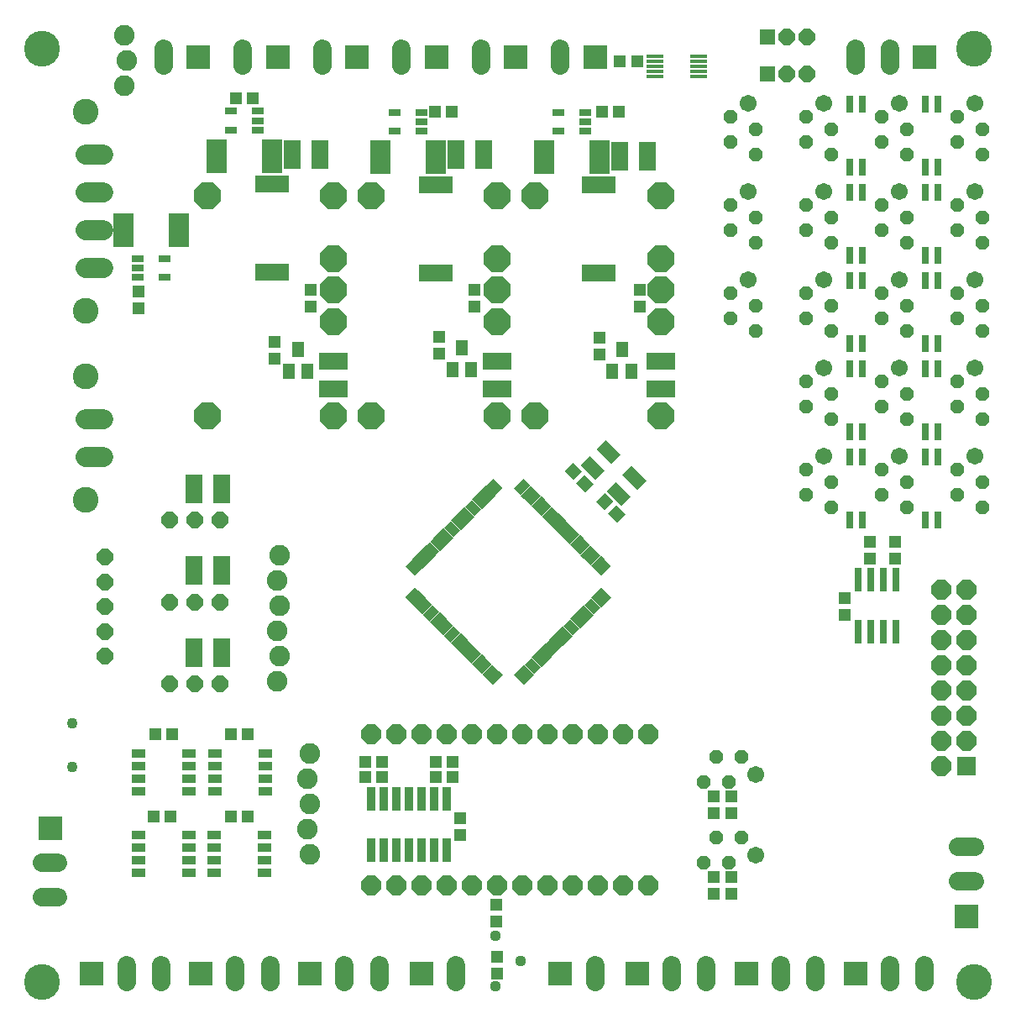
<source format=gbs>
G75*
G70*
%OFA0B0*%
%FSLAX24Y24*%
%IPPOS*%
%LPD*%
%AMOC8*
5,1,8,0,0,1.08239X$1,22.5*
%
%ADD10C,0.1419*%
%ADD11R,0.0513X0.0474*%
%ADD12R,0.1143X0.0710*%
%ADD13R,0.1379X0.0710*%
%ADD14R,0.0710X0.1143*%
%ADD15R,0.0789X0.1340*%
%ADD16OC8,0.1080*%
%ADD17R,0.0474X0.0297*%
%ADD18R,0.0474X0.0513*%
%ADD19OC8,0.0640*%
%ADD20C,0.0789*%
%ADD21C,0.1025*%
%ADD22R,0.0474X0.0631*%
%ADD23R,0.0530X0.0380*%
%ADD24C,0.0440*%
%ADD25OC8,0.0552*%
%ADD26C,0.0671*%
%ADD27R,0.0316X0.0671*%
%ADD28R,0.0552X0.0190*%
%ADD29R,0.0316X0.0946*%
%ADD30R,0.0651X0.0178*%
%ADD31R,0.0493X0.0505*%
%ADD32R,0.0828X0.0513*%
%ADD33C,0.0434*%
%ADD34C,0.0820*%
%ADD35R,0.0780X0.0780*%
%ADD36OC8,0.0780*%
%ADD37R,0.0320X0.0950*%
%ADD38R,0.0940X0.0940*%
%ADD39C,0.0730*%
%ADD40R,0.0640X0.0640*%
D10*
X005677Y003078D03*
X042685Y003078D03*
X042685Y040086D03*
X005677Y040086D03*
D11*
X009496Y030482D03*
X009496Y029813D03*
X014896Y028482D03*
X014896Y027813D03*
X016346Y029863D03*
X016346Y030532D03*
X021446Y028682D03*
X021446Y028013D03*
X022846Y029863D03*
X022846Y030532D03*
X027796Y028632D03*
X027796Y027963D03*
X029396Y029863D03*
X029396Y030532D03*
G36*
X026747Y023682D02*
X027108Y023321D01*
X026773Y022986D01*
X026412Y023347D01*
X026747Y023682D01*
G37*
G36*
X027220Y023209D02*
X027581Y022848D01*
X027246Y022513D01*
X026885Y022874D01*
X027220Y023209D01*
G37*
G36*
X028023Y021786D02*
X027662Y022147D01*
X027997Y022482D01*
X028358Y022121D01*
X028023Y021786D01*
G37*
G36*
X028496Y021313D02*
X028135Y021674D01*
X028470Y022009D01*
X028831Y021648D01*
X028496Y021313D01*
G37*
X038546Y020532D03*
X038546Y019863D03*
X039545Y019868D03*
X039545Y020537D03*
X033046Y010432D03*
X033046Y009763D03*
X032346Y009763D03*
X032346Y010432D03*
X032346Y007232D03*
X032346Y006563D03*
X033046Y006563D03*
X033046Y007232D03*
X023696Y006132D03*
X023696Y005463D03*
X023746Y004082D03*
X023746Y003413D03*
X013831Y009647D03*
X013162Y009647D03*
X010781Y009647D03*
X010112Y009647D03*
X010162Y012897D03*
X010831Y012897D03*
X013162Y012897D03*
X013831Y012897D03*
D12*
X017246Y026596D03*
X017246Y027698D03*
X023746Y027698D03*
X023746Y026596D03*
X030246Y026596D03*
X030246Y027698D03*
D13*
X027783Y031199D03*
X027783Y034703D03*
X021296Y034699D03*
X021296Y031195D03*
X014796Y031245D03*
X014796Y034749D03*
D14*
X015595Y035897D03*
X016698Y035897D03*
X022095Y035897D03*
X023198Y035897D03*
X028595Y035847D03*
X029698Y035847D03*
X012798Y022647D03*
X011695Y022647D03*
X011695Y019397D03*
X012798Y019397D03*
X012798Y016147D03*
X011695Y016147D03*
D15*
X011099Y032897D03*
X008894Y032897D03*
X012594Y035847D03*
X014799Y035847D03*
X019094Y035797D03*
X021299Y035797D03*
X025594Y035797D03*
X027799Y035797D03*
D16*
X030246Y034272D03*
X030246Y031772D03*
X030246Y030522D03*
X030246Y029272D03*
X030246Y025522D03*
X025246Y025522D03*
X023746Y025522D03*
X023746Y029272D03*
X023746Y030522D03*
X023746Y031772D03*
X023746Y034272D03*
X025246Y034272D03*
X018746Y034272D03*
X017246Y034272D03*
X017246Y031772D03*
X017246Y030522D03*
X017246Y029272D03*
X017246Y025522D03*
X018746Y025522D03*
X012246Y025522D03*
X012246Y034272D03*
D17*
X013165Y036873D03*
X013165Y037621D03*
X014228Y037621D03*
X014228Y037247D03*
X014228Y036873D03*
X010528Y031771D03*
X010528Y031023D03*
X009465Y031023D03*
X009465Y031397D03*
X009465Y031771D03*
X019665Y036823D03*
X019665Y037571D03*
X020728Y037571D03*
X020728Y037197D03*
X020728Y036823D03*
X026165Y036823D03*
X026165Y037571D03*
X027228Y037571D03*
X027228Y037197D03*
X027228Y036823D03*
D18*
X027912Y037597D03*
X028581Y037597D03*
X021931Y037597D03*
X021262Y037597D03*
X014031Y038147D03*
X013362Y038147D03*
X037529Y018313D03*
X037529Y017644D03*
X021981Y011797D03*
X021981Y011197D03*
X021312Y011197D03*
X021312Y011797D03*
X019181Y011797D03*
X019181Y011197D03*
X018512Y011197D03*
X018512Y011797D03*
X022266Y009576D03*
X022266Y008907D03*
D19*
X012746Y014897D03*
X011746Y014897D03*
X010746Y014897D03*
X008179Y015992D03*
X008179Y016976D03*
X008179Y017960D03*
X008179Y018944D03*
X008179Y019929D03*
X010746Y021397D03*
X011746Y021397D03*
X012746Y021397D03*
X012746Y018147D03*
X011746Y018147D03*
X010746Y018147D03*
X035245Y039101D03*
X036032Y039101D03*
X036032Y040573D03*
X035245Y040573D03*
D20*
X008101Y035897D02*
X007392Y035897D01*
X007392Y034397D02*
X008101Y034397D01*
X008101Y032897D02*
X007392Y032897D01*
X007392Y031397D02*
X008101Y031397D01*
X008101Y025397D02*
X007392Y025397D01*
X007392Y023897D02*
X008101Y023897D01*
D21*
X007392Y022204D03*
X007392Y027090D03*
X007392Y029704D03*
X007392Y037590D03*
D22*
X015846Y028180D03*
X015472Y027314D03*
X016220Y027314D03*
X021972Y027364D03*
X022720Y027364D03*
X022346Y028230D03*
X028322Y027314D03*
X029070Y027314D03*
X028696Y028180D03*
D23*
X014546Y012147D03*
X014546Y011647D03*
X014546Y011147D03*
X014546Y010647D03*
X014496Y008897D03*
X014496Y008397D03*
X014496Y007897D03*
X014496Y007397D03*
X012496Y007397D03*
X012496Y007897D03*
X012496Y008397D03*
X012496Y008897D03*
X011496Y008897D03*
X011496Y008397D03*
X011496Y007897D03*
X011496Y007397D03*
X009496Y007397D03*
X009496Y007897D03*
X009496Y008397D03*
X009496Y008897D03*
X009496Y010647D03*
X009496Y011147D03*
X009496Y011647D03*
X009496Y012147D03*
X011496Y012147D03*
X011496Y011647D03*
X011496Y011147D03*
X011496Y010647D03*
X012546Y010647D03*
X012546Y011147D03*
X012546Y011647D03*
X012546Y012147D03*
D24*
X023681Y004897D03*
X024681Y003897D03*
X023681Y002897D03*
D25*
X031946Y007797D03*
X032946Y007797D03*
X032446Y008797D03*
X033446Y008797D03*
X032946Y010997D03*
X031946Y010997D03*
X032446Y011997D03*
X033446Y011997D03*
X036996Y021897D03*
X036996Y022897D03*
X035996Y022397D03*
X035996Y023397D03*
X036996Y025397D03*
X036996Y026397D03*
X035996Y025897D03*
X035996Y026897D03*
X036996Y028897D03*
X036996Y029897D03*
X035996Y029397D03*
X035996Y030397D03*
X033996Y029897D03*
X033996Y028897D03*
X032996Y029397D03*
X032996Y030397D03*
X033996Y032397D03*
X033996Y033397D03*
X032996Y032897D03*
X032996Y033897D03*
X033996Y035897D03*
X033996Y036897D03*
X032996Y036397D03*
X032996Y037397D03*
X035996Y037397D03*
X036996Y036897D03*
X036996Y035897D03*
X035996Y036397D03*
X035996Y033897D03*
X035996Y032897D03*
X036996Y032397D03*
X036996Y033397D03*
X038996Y032897D03*
X038996Y033897D03*
X039996Y033397D03*
X039996Y032397D03*
X041996Y032897D03*
X041996Y033897D03*
X042996Y033397D03*
X042996Y032397D03*
X041996Y030397D03*
X041996Y029397D03*
X042996Y028897D03*
X042996Y029897D03*
X041996Y026897D03*
X042996Y026397D03*
X042996Y025397D03*
X041996Y025897D03*
X039996Y025397D03*
X039996Y026397D03*
X038996Y025897D03*
X038996Y026897D03*
X039996Y028897D03*
X039996Y029897D03*
X038996Y029397D03*
X038996Y030397D03*
X039996Y035897D03*
X039996Y036897D03*
X038996Y036397D03*
X038996Y037397D03*
X041996Y037397D03*
X042996Y036897D03*
X042996Y035897D03*
X041996Y036397D03*
X041996Y023397D03*
X041996Y022397D03*
X042996Y021897D03*
X042996Y022897D03*
X039996Y022897D03*
X039996Y021897D03*
X038996Y022397D03*
X038996Y023397D03*
D26*
X039705Y023948D03*
X042705Y023948D03*
X042705Y027448D03*
X039705Y027448D03*
X036705Y027448D03*
X036705Y030948D03*
X033705Y030948D03*
X033705Y034448D03*
X036705Y034448D03*
X039705Y034448D03*
X042705Y034448D03*
X042705Y030948D03*
X039705Y030948D03*
X036705Y023948D03*
X033998Y011289D03*
X033998Y008089D03*
X033705Y037948D03*
X036705Y037948D03*
X039705Y037948D03*
X042705Y037948D03*
D27*
X041246Y037897D03*
X040746Y037897D03*
X038246Y037897D03*
X037746Y037897D03*
X037746Y035397D03*
X038246Y035397D03*
X038246Y034397D03*
X037746Y034397D03*
X037746Y031897D03*
X038246Y031897D03*
X038246Y030897D03*
X037746Y030897D03*
X037746Y028397D03*
X038246Y028397D03*
X038246Y027397D03*
X037746Y027397D03*
X037746Y024897D03*
X038246Y024897D03*
X038246Y023897D03*
X037746Y023897D03*
X037746Y021397D03*
X038246Y021397D03*
X040746Y021397D03*
X041246Y021397D03*
X041246Y023897D03*
X040746Y023897D03*
X040746Y024897D03*
X041246Y024897D03*
X041246Y027397D03*
X040746Y027397D03*
X040746Y028397D03*
X041246Y028397D03*
X041246Y030897D03*
X040746Y030897D03*
X040746Y031897D03*
X041246Y031897D03*
X041246Y034397D03*
X040746Y034397D03*
X040746Y035397D03*
X041246Y035397D03*
D28*
G36*
X026218Y020852D02*
X026607Y021241D01*
X026742Y021106D01*
X026353Y020717D01*
X026218Y020852D01*
G37*
G36*
X026079Y020991D02*
X026468Y021380D01*
X026603Y021245D01*
X026214Y020856D01*
X026079Y020991D01*
G37*
G36*
X025940Y021130D02*
X026329Y021519D01*
X026464Y021384D01*
X026075Y020995D01*
X025940Y021130D01*
G37*
G36*
X025800Y021269D02*
X026189Y021658D01*
X026324Y021523D01*
X025935Y021134D01*
X025800Y021269D01*
G37*
G36*
X025661Y021408D02*
X026050Y021797D01*
X026185Y021662D01*
X025796Y021273D01*
X025661Y021408D01*
G37*
G36*
X025522Y021548D02*
X025911Y021937D01*
X026046Y021802D01*
X025657Y021413D01*
X025522Y021548D01*
G37*
G36*
X025383Y021687D02*
X025772Y022076D01*
X025907Y021941D01*
X025518Y021552D01*
X025383Y021687D01*
G37*
G36*
X025244Y021826D02*
X025633Y022215D01*
X025768Y022080D01*
X025379Y021691D01*
X025244Y021826D01*
G37*
G36*
X025104Y021965D02*
X025493Y022354D01*
X025628Y022219D01*
X025239Y021830D01*
X025104Y021965D01*
G37*
G36*
X024965Y022104D02*
X025354Y022493D01*
X025489Y022358D01*
X025100Y021969D01*
X024965Y022104D01*
G37*
G36*
X024826Y022243D02*
X025215Y022632D01*
X025350Y022497D01*
X024961Y022108D01*
X024826Y022243D01*
G37*
G36*
X024687Y022383D02*
X025076Y022772D01*
X025211Y022637D01*
X024822Y022248D01*
X024687Y022383D01*
G37*
G36*
X024548Y022522D02*
X024937Y022911D01*
X025072Y022776D01*
X024683Y022387D01*
X024548Y022522D01*
G37*
G36*
X024409Y022661D02*
X024798Y023050D01*
X024933Y022915D01*
X024544Y022526D01*
X024409Y022661D01*
G37*
G36*
X023823Y022526D02*
X023434Y022915D01*
X023569Y023050D01*
X023958Y022661D01*
X023823Y022526D01*
G37*
G36*
X023684Y022387D02*
X023295Y022776D01*
X023430Y022911D01*
X023819Y022522D01*
X023684Y022387D01*
G37*
G36*
X023545Y022248D02*
X023156Y022637D01*
X023291Y022772D01*
X023680Y022383D01*
X023545Y022248D01*
G37*
G36*
X023406Y022108D02*
X023017Y022497D01*
X023152Y022632D01*
X023541Y022243D01*
X023406Y022108D01*
G37*
G36*
X023266Y021969D02*
X022877Y022358D01*
X023012Y022493D01*
X023401Y022104D01*
X023266Y021969D01*
G37*
G36*
X023127Y021830D02*
X022738Y022219D01*
X022873Y022354D01*
X023262Y021965D01*
X023127Y021830D01*
G37*
G36*
X022988Y021691D02*
X022599Y022080D01*
X022734Y022215D01*
X023123Y021826D01*
X022988Y021691D01*
G37*
G36*
X022849Y021552D02*
X022460Y021941D01*
X022595Y022076D01*
X022984Y021687D01*
X022849Y021552D01*
G37*
G36*
X022710Y021413D02*
X022321Y021802D01*
X022456Y021937D01*
X022845Y021548D01*
X022710Y021413D01*
G37*
G36*
X022570Y021273D02*
X022181Y021662D01*
X022316Y021797D01*
X022705Y021408D01*
X022570Y021273D01*
G37*
G36*
X022431Y021134D02*
X022042Y021523D01*
X022177Y021658D01*
X022566Y021269D01*
X022431Y021134D01*
G37*
G36*
X022292Y020995D02*
X021903Y021384D01*
X022038Y021519D01*
X022427Y021130D01*
X022292Y020995D01*
G37*
G36*
X022153Y020856D02*
X021764Y021245D01*
X021899Y021380D01*
X022288Y020991D01*
X022153Y020856D01*
G37*
G36*
X022014Y020717D02*
X021625Y021106D01*
X021760Y021241D01*
X022149Y020852D01*
X022014Y020717D01*
G37*
G36*
X021874Y020577D02*
X021485Y020966D01*
X021620Y021101D01*
X022009Y020712D01*
X021874Y020577D01*
G37*
G36*
X021735Y020438D02*
X021346Y020827D01*
X021481Y020962D01*
X021870Y020573D01*
X021735Y020438D01*
G37*
G36*
X021596Y020299D02*
X021207Y020688D01*
X021342Y020823D01*
X021731Y020434D01*
X021596Y020299D01*
G37*
G36*
X021457Y020160D02*
X021068Y020549D01*
X021203Y020684D01*
X021592Y020295D01*
X021457Y020160D01*
G37*
G36*
X021318Y020021D02*
X020929Y020410D01*
X021064Y020545D01*
X021453Y020156D01*
X021318Y020021D01*
G37*
G36*
X021178Y019881D02*
X020789Y020270D01*
X020924Y020405D01*
X021313Y020016D01*
X021178Y019881D01*
G37*
G36*
X021039Y019742D02*
X020650Y020131D01*
X020785Y020266D01*
X021174Y019877D01*
X021039Y019742D01*
G37*
G36*
X020900Y019603D02*
X020511Y019992D01*
X020646Y020127D01*
X021035Y019738D01*
X020900Y019603D01*
G37*
G36*
X020761Y019464D02*
X020372Y019853D01*
X020507Y019988D01*
X020896Y019599D01*
X020761Y019464D01*
G37*
G36*
X020622Y019325D02*
X020233Y019714D01*
X020368Y019849D01*
X020757Y019460D01*
X020622Y019325D01*
G37*
G36*
X020482Y019185D02*
X020093Y019574D01*
X020228Y019709D01*
X020617Y019320D01*
X020482Y019185D01*
G37*
G36*
X020617Y018600D02*
X020228Y018211D01*
X020093Y018346D01*
X020482Y018735D01*
X020617Y018600D01*
G37*
G36*
X020757Y018461D02*
X020368Y018072D01*
X020233Y018207D01*
X020622Y018596D01*
X020757Y018461D01*
G37*
G36*
X020896Y018322D02*
X020507Y017933D01*
X020372Y018068D01*
X020761Y018457D01*
X020896Y018322D01*
G37*
G36*
X021035Y018182D02*
X020646Y017793D01*
X020511Y017928D01*
X020900Y018317D01*
X021035Y018182D01*
G37*
G36*
X021174Y018043D02*
X020785Y017654D01*
X020650Y017789D01*
X021039Y018178D01*
X021174Y018043D01*
G37*
G36*
X021313Y017904D02*
X020924Y017515D01*
X020789Y017650D01*
X021178Y018039D01*
X021313Y017904D01*
G37*
G36*
X021453Y017765D02*
X021064Y017376D01*
X020929Y017511D01*
X021318Y017900D01*
X021453Y017765D01*
G37*
G36*
X021592Y017626D02*
X021203Y017237D01*
X021068Y017372D01*
X021457Y017761D01*
X021592Y017626D01*
G37*
G36*
X021731Y017487D02*
X021342Y017098D01*
X021207Y017233D01*
X021596Y017622D01*
X021731Y017487D01*
G37*
G36*
X021870Y017347D02*
X021481Y016958D01*
X021346Y017093D01*
X021735Y017482D01*
X021870Y017347D01*
G37*
G36*
X022009Y017208D02*
X021620Y016819D01*
X021485Y016954D01*
X021874Y017343D01*
X022009Y017208D01*
G37*
G36*
X022149Y017069D02*
X021760Y016680D01*
X021625Y016815D01*
X022014Y017204D01*
X022149Y017069D01*
G37*
G36*
X022288Y016930D02*
X021899Y016541D01*
X021764Y016676D01*
X022153Y017065D01*
X022288Y016930D01*
G37*
G36*
X022427Y016791D02*
X022038Y016402D01*
X021903Y016537D01*
X022292Y016926D01*
X022427Y016791D01*
G37*
G36*
X022566Y016651D02*
X022177Y016262D01*
X022042Y016397D01*
X022431Y016786D01*
X022566Y016651D01*
G37*
G36*
X022705Y016512D02*
X022316Y016123D01*
X022181Y016258D01*
X022570Y016647D01*
X022705Y016512D01*
G37*
G36*
X022845Y016373D02*
X022456Y015984D01*
X022321Y016119D01*
X022710Y016508D01*
X022845Y016373D01*
G37*
G36*
X022984Y016234D02*
X022595Y015845D01*
X022460Y015980D01*
X022849Y016369D01*
X022984Y016234D01*
G37*
G36*
X023123Y016095D02*
X022734Y015706D01*
X022599Y015841D01*
X022988Y016230D01*
X023123Y016095D01*
G37*
G36*
X023262Y015955D02*
X022873Y015566D01*
X022738Y015701D01*
X023127Y016090D01*
X023262Y015955D01*
G37*
G36*
X023401Y015816D02*
X023012Y015427D01*
X022877Y015562D01*
X023266Y015951D01*
X023401Y015816D01*
G37*
G36*
X023541Y015677D02*
X023152Y015288D01*
X023017Y015423D01*
X023406Y015812D01*
X023541Y015677D01*
G37*
G36*
X023680Y015538D02*
X023291Y015149D01*
X023156Y015284D01*
X023545Y015673D01*
X023680Y015538D01*
G37*
G36*
X023819Y015399D02*
X023430Y015010D01*
X023295Y015145D01*
X023684Y015534D01*
X023819Y015399D01*
G37*
G36*
X023958Y015259D02*
X023569Y014870D01*
X023434Y015005D01*
X023823Y015394D01*
X023958Y015259D01*
G37*
G36*
X024544Y015394D02*
X024933Y015005D01*
X024798Y014870D01*
X024409Y015259D01*
X024544Y015394D01*
G37*
G36*
X024683Y015534D02*
X025072Y015145D01*
X024937Y015010D01*
X024548Y015399D01*
X024683Y015534D01*
G37*
G36*
X024822Y015673D02*
X025211Y015284D01*
X025076Y015149D01*
X024687Y015538D01*
X024822Y015673D01*
G37*
G36*
X024961Y015812D02*
X025350Y015423D01*
X025215Y015288D01*
X024826Y015677D01*
X024961Y015812D01*
G37*
G36*
X025100Y015951D02*
X025489Y015562D01*
X025354Y015427D01*
X024965Y015816D01*
X025100Y015951D01*
G37*
G36*
X025239Y016090D02*
X025628Y015701D01*
X025493Y015566D01*
X025104Y015955D01*
X025239Y016090D01*
G37*
G36*
X025379Y016230D02*
X025768Y015841D01*
X025633Y015706D01*
X025244Y016095D01*
X025379Y016230D01*
G37*
G36*
X025518Y016369D02*
X025907Y015980D01*
X025772Y015845D01*
X025383Y016234D01*
X025518Y016369D01*
G37*
G36*
X025657Y016508D02*
X026046Y016119D01*
X025911Y015984D01*
X025522Y016373D01*
X025657Y016508D01*
G37*
G36*
X025796Y016647D02*
X026185Y016258D01*
X026050Y016123D01*
X025661Y016512D01*
X025796Y016647D01*
G37*
G36*
X025935Y016786D02*
X026324Y016397D01*
X026189Y016262D01*
X025800Y016651D01*
X025935Y016786D01*
G37*
G36*
X026075Y016926D02*
X026464Y016537D01*
X026329Y016402D01*
X025940Y016791D01*
X026075Y016926D01*
G37*
G36*
X026214Y017065D02*
X026603Y016676D01*
X026468Y016541D01*
X026079Y016930D01*
X026214Y017065D01*
G37*
G36*
X026353Y017204D02*
X026742Y016815D01*
X026607Y016680D01*
X026218Y017069D01*
X026353Y017204D01*
G37*
G36*
X026492Y017343D02*
X026881Y016954D01*
X026746Y016819D01*
X026357Y017208D01*
X026492Y017343D01*
G37*
G36*
X026631Y017482D02*
X027020Y017093D01*
X026885Y016958D01*
X026496Y017347D01*
X026631Y017482D01*
G37*
G36*
X026771Y017622D02*
X027160Y017233D01*
X027025Y017098D01*
X026636Y017487D01*
X026771Y017622D01*
G37*
G36*
X026910Y017761D02*
X027299Y017372D01*
X027164Y017237D01*
X026775Y017626D01*
X026910Y017761D01*
G37*
G36*
X027049Y017900D02*
X027438Y017511D01*
X027303Y017376D01*
X026914Y017765D01*
X027049Y017900D01*
G37*
G36*
X027188Y018039D02*
X027577Y017650D01*
X027442Y017515D01*
X027053Y017904D01*
X027188Y018039D01*
G37*
G36*
X027327Y018178D02*
X027716Y017789D01*
X027581Y017654D01*
X027192Y018043D01*
X027327Y018178D01*
G37*
G36*
X027467Y018317D02*
X027856Y017928D01*
X027721Y017793D01*
X027332Y018182D01*
X027467Y018317D01*
G37*
G36*
X027606Y018457D02*
X027995Y018068D01*
X027860Y017933D01*
X027471Y018322D01*
X027606Y018457D01*
G37*
G36*
X027745Y018596D02*
X028134Y018207D01*
X027999Y018072D01*
X027610Y018461D01*
X027745Y018596D01*
G37*
G36*
X027884Y018735D02*
X028273Y018346D01*
X028138Y018211D01*
X027749Y018600D01*
X027884Y018735D01*
G37*
G36*
X027749Y019320D02*
X028138Y019709D01*
X028273Y019574D01*
X027884Y019185D01*
X027749Y019320D01*
G37*
G36*
X027610Y019460D02*
X027999Y019849D01*
X028134Y019714D01*
X027745Y019325D01*
X027610Y019460D01*
G37*
G36*
X027471Y019599D02*
X027860Y019988D01*
X027995Y019853D01*
X027606Y019464D01*
X027471Y019599D01*
G37*
G36*
X027332Y019738D02*
X027721Y020127D01*
X027856Y019992D01*
X027467Y019603D01*
X027332Y019738D01*
G37*
G36*
X027192Y019877D02*
X027581Y020266D01*
X027716Y020131D01*
X027327Y019742D01*
X027192Y019877D01*
G37*
G36*
X027053Y020016D02*
X027442Y020405D01*
X027577Y020270D01*
X027188Y019881D01*
X027053Y020016D01*
G37*
G36*
X026914Y020156D02*
X027303Y020545D01*
X027438Y020410D01*
X027049Y020021D01*
X026914Y020156D01*
G37*
G36*
X026775Y020295D02*
X027164Y020684D01*
X027299Y020549D01*
X026910Y020160D01*
X026775Y020295D01*
G37*
G36*
X026636Y020434D02*
X027025Y020823D01*
X027160Y020688D01*
X026771Y020299D01*
X026636Y020434D01*
G37*
G36*
X026496Y020573D02*
X026885Y020962D01*
X027020Y020827D01*
X026631Y020438D01*
X026496Y020573D01*
G37*
G36*
X026357Y020712D02*
X026746Y021101D01*
X026881Y020966D01*
X026492Y020577D01*
X026357Y020712D01*
G37*
D29*
X038059Y019025D03*
X038559Y019025D03*
X039059Y019025D03*
X039559Y019025D03*
X039559Y016978D03*
X039059Y016978D03*
X038559Y016978D03*
X038059Y016978D03*
D30*
X031740Y039004D03*
X031740Y039200D03*
X031740Y039397D03*
X031740Y039594D03*
X031740Y039791D03*
X030007Y039791D03*
X030007Y039594D03*
X030007Y039397D03*
X030007Y039200D03*
X030007Y039004D03*
D31*
X029296Y039617D03*
X028607Y039617D03*
D32*
G36*
X028275Y023631D02*
X027691Y024215D01*
X028053Y024577D01*
X028637Y023993D01*
X028275Y023631D01*
G37*
G36*
X027635Y022990D02*
X027051Y023574D01*
X027413Y023936D01*
X027997Y023352D01*
X027635Y022990D01*
G37*
G36*
X028665Y021960D02*
X028081Y022544D01*
X028443Y022906D01*
X029027Y022322D01*
X028665Y021960D01*
G37*
G36*
X029305Y022601D02*
X028721Y023185D01*
X029083Y023547D01*
X029667Y022963D01*
X029305Y022601D01*
G37*
D33*
X006859Y013320D03*
X006859Y011588D03*
D34*
X015002Y014992D03*
X015102Y015992D03*
X015002Y016992D03*
X015102Y017992D03*
X015002Y018992D03*
X015102Y019992D03*
X016296Y012147D03*
X016196Y011147D03*
X016296Y010147D03*
X016196Y009147D03*
X016296Y008147D03*
X008946Y038647D03*
X009046Y039647D03*
X008946Y040647D03*
D35*
X042364Y011647D03*
D36*
X041364Y011647D03*
X041364Y012647D03*
X041364Y013647D03*
X042364Y013647D03*
X042364Y012647D03*
X042364Y014647D03*
X041364Y014647D03*
X041364Y015647D03*
X041364Y016647D03*
X041364Y017647D03*
X041364Y018647D03*
X042364Y018647D03*
X042364Y017647D03*
X042364Y016647D03*
X042364Y015647D03*
X029746Y012897D03*
X028746Y012897D03*
X027746Y012897D03*
X026746Y012897D03*
X025746Y012897D03*
X024746Y012897D03*
X023746Y012897D03*
X022746Y012897D03*
X021746Y012897D03*
X020746Y012897D03*
X019746Y012897D03*
X018746Y012897D03*
X018746Y006897D03*
X019746Y006897D03*
X020746Y006897D03*
X021746Y006897D03*
X022746Y006897D03*
X023746Y006897D03*
X024746Y006897D03*
X025746Y006897D03*
X026746Y006897D03*
X027746Y006897D03*
X028746Y006897D03*
X029746Y006897D03*
D37*
X021733Y008290D03*
X021233Y008290D03*
X020733Y008290D03*
X020233Y008290D03*
X019733Y008290D03*
X019233Y008290D03*
X018733Y008290D03*
X018733Y010340D03*
X019233Y010340D03*
X019733Y010340D03*
X020233Y010340D03*
X020733Y010340D03*
X021233Y010340D03*
X021733Y010340D03*
D38*
X020736Y003397D03*
X016307Y003397D03*
X011977Y003397D03*
X007646Y003397D03*
X005996Y009181D03*
X026248Y003397D03*
X029299Y003397D03*
X033630Y003397D03*
X037961Y003397D03*
X042366Y005675D03*
X040717Y039767D03*
X027626Y039767D03*
X024477Y039767D03*
X021327Y039767D03*
X018177Y039767D03*
X015028Y039767D03*
X011878Y039767D03*
D39*
X010500Y040092D02*
X010500Y039443D01*
X013650Y039443D02*
X013650Y040092D01*
X016799Y040092D02*
X016799Y039443D01*
X019949Y039443D02*
X019949Y040092D01*
X023099Y040092D02*
X023099Y039443D01*
X026248Y039443D02*
X026248Y040092D01*
X037961Y040092D02*
X037961Y039443D01*
X039339Y039443D02*
X039339Y040092D01*
X042042Y008431D02*
X042691Y008431D01*
X042691Y007053D02*
X042042Y007053D01*
X040717Y003722D02*
X040717Y003072D01*
X039339Y003072D02*
X039339Y003722D01*
X036386Y003722D02*
X036386Y003072D01*
X035008Y003072D02*
X035008Y003722D01*
X032055Y003722D02*
X032055Y003072D01*
X030677Y003072D02*
X030677Y003722D01*
X027626Y003722D02*
X027626Y003072D01*
X022114Y003072D02*
X022114Y003722D01*
X019063Y003722D02*
X019063Y003072D01*
X017685Y003072D02*
X017685Y003722D01*
X014733Y003722D02*
X014733Y003072D01*
X013355Y003072D02*
X013355Y003722D01*
X010402Y003722D02*
X010402Y003072D01*
X009024Y003072D02*
X009024Y003722D01*
X006321Y006425D02*
X005672Y006425D01*
X005672Y007803D02*
X006321Y007803D01*
D40*
X034457Y039101D03*
X034457Y040573D03*
M02*

</source>
